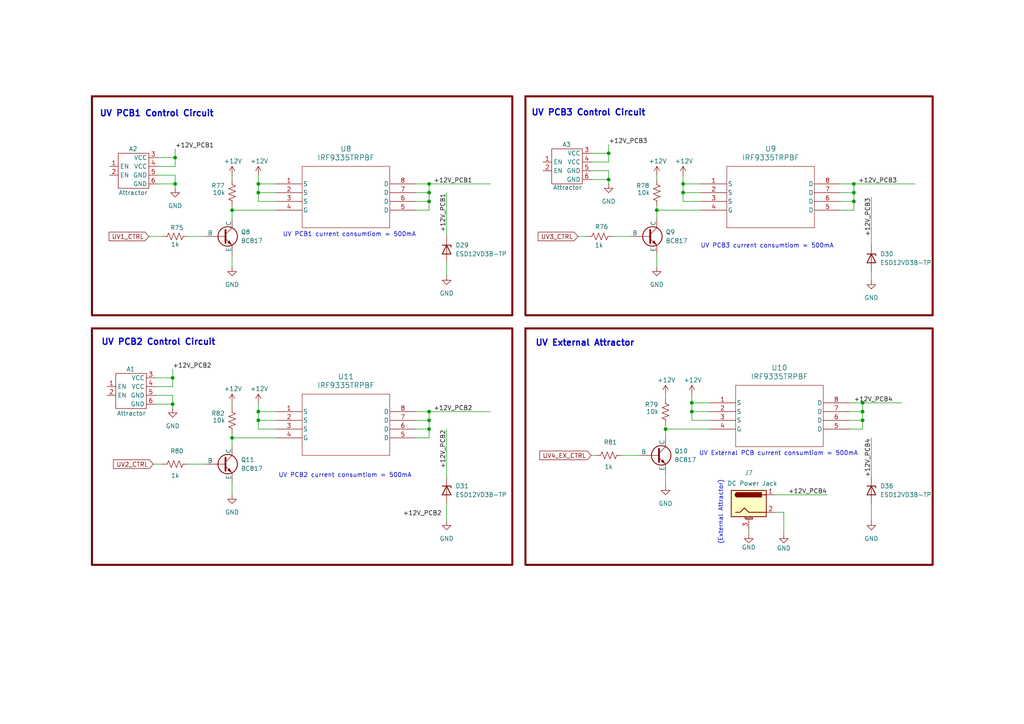
<source format=kicad_sch>
(kicad_sch (version 20250114) (generator "eeschema") (generator_version "9.0")
  (paper "A4")
  (lib_symbols
    (symbol "2025-05-03_11-59-41:IRF9335TRPBF" (pin_names (offset 0.254))
      (property "Reference" "U" (at 20.32 10.16 0))
      (property "Value" "IRF9335TRPBF" (at 20.32 7.62 0))
      (symbol "IRF9335TRPBF_0_1"
        (polyline (pts (xy 7.62 5.08) (xy 7.62 -12.7)) (stroke (width 0.127)))
        (polyline (pts (xy 7.62 -12.7) (xy 33.02 -12.7)) (stroke (width 0.127)))
        (polyline (pts (xy 33.02 5.08) (xy 7.62 5.08)) (stroke (width 0.127)))
        (polyline (pts (xy 33.02 -12.7) (xy 33.02 5.08)) (stroke (width 0.127)))
        (pin unspecified line (at 0 0 0) (length 7.62) (name "S") (number "1"))
        (pin unspecified line (at 0 -2.54 0) (length 7.62) (name "S") (number "2"))
        (pin unspecified line (at 0 -5.08 0) (length 7.62) (name "S") (number "3"))
        (pin unspecified line (at 0 -7.62 0) (length 7.62) (name "G") (number "4"))
        (pin unspecified line (at 40.64 0 180) (length 7.62) (name "D") (number "8"))
        (pin unspecified line (at 40.64 -2.54 180) (length 7.62) (name "D") (number "7"))
        (pin unspecified line (at 40.64 -5.08 180) (length 7.62) (name "D") (number "6"))
        (pin unspecified line (at 40.64 -7.62 180) (length 7.62) (name "D") (number "5"))
      )
    )
    (symbol "BC817:BC817_NPN_BJT" (pin_numbers (hide yes)) (pin_names (offset 0))
      (property "Reference" "Q" (at -2.54 7.62 0))
      (property "Value" "BC817_NPN_BJT" (at -2.54 5.08 0))
      (symbol "BC817_NPN_BJT_0_1"
        (polyline (pts (xy -2.54 0) (xy 0.635 0)) (stroke (width 0.1524)))
        (polyline (pts (xy 0.635 1.905) (xy 0.635 -1.905) (xy 0.635 -1.905)) (stroke (width 0.508)))
        (polyline (pts (xy 0.635 0.635) (xy 2.54 2.54)))
        (polyline (pts (xy 0.635 -0.635) (xy 2.54 -2.54) (xy 2.54 -2.54)))
        (circle (center 1.27 0) (radius 2.8194) (stroke (width 0.254)))
        (polyline (pts (xy 1.27 -1.778) (xy 1.778 -1.27) (xy 2.286 -2.286) (xy 1.27 -1.778) (xy 1.27 -1.778)) (fill (type outline)))
        (polyline (pts (xy 2.794 -1.27) (xy 2.794 -1.27)) (stroke (width 0.1524)))
        (polyline (pts (xy 2.794 -1.27) (xy 2.794 -1.27)) (stroke (width 0.1524)))
      )
      (symbol "BC817_NPN_BJT_1_1"
        (pin input line (at -5.08 0 0) (length 2.54) (name "B") (number "1"))
        (pin open_collector line (at 2.54 5.08 270) (length 2.54) (name "C") (number "3"))
        (pin open_emitter line (at 2.54 -5.08 90) (length 2.54) (name "E") (number "2"))
      )
    )
    (symbol "Connector:Barrel_Jack_MountingPin" (pin_names (hide yes))
      (property "Reference" "J8" (at 0 8.89 0))
      (property "Value" "DC Power Jack" (at 0 6.35 0))
      (symbol "Barrel_Jack_MountingPin_0_1"
        (rectangle (start -5.08 3.81) (end 5.08 -3.81) (stroke (width 0.254)) (fill (type background)))
        (polyline (pts (xy -3.81 -2.54) (xy -2.54 -2.54) (xy -1.27 -1.27) (xy 0 -2.54) (xy 2.54 -2.54) (xy 5.08 -2.54)) (stroke (width 0.254)))
        (arc (start -3.302 1.905) (mid -3.9343 2.54) (end -3.302 3.175) (stroke (width 0.254)))
        (arc (start -3.302 1.905) (mid -3.9343 2.54) (end -3.302 3.175) (stroke (width 0.254)) (fill (type outline)))
        (rectangle (start 3.683 3.175) (end -3.302 1.905) (stroke (width 0.254)) (fill (type outline)))
        (polyline (pts (xy 5.08 2.54) (xy 3.81 2.54)) (stroke (width 0.254)))
      )
      (symbol "Barrel_Jack_MountingPin_1_1"
        (polyline (pts (xy -1.016 -4.572) (xy 1.016 -4.572)) (stroke (width 0.1524)))
        (text "Mounting" (at 0 -4.191 0) (effects (font (size 0.381 0.381))))
        (pin passive line (at 0 -7.62 90) (length 3.048) (name "MountPin") (number "3"))
        (pin passive line (at 7.62 2.54 180) (length 2.54) (name "~") (number "1"))
        (pin passive line (at 7.62 -2.54 180) (length 2.54) (name "~") (number "2"))
      )
    )
    (symbol "Device:R_US" (pin_numbers (hide yes)) (pin_names (offset 0))
      (property "Reference" "R" (at 2.54 0 90))
      (property "Value" "R_US" (at -2.54 0 90))
      (symbol "R_US_0_1"
        (polyline (pts (xy 0 2.286) (xy 0 2.54)))
        (polyline (pts (xy 0 2.286) (xy 1.016 1.905) (xy 0 1.524) (xy -1.016 1.143) (xy 0 0.762)))
        (polyline (pts (xy 0 0.762) (xy 1.016 0.381) (xy 0 0) (xy -1.016 -0.381) (xy 0 -0.762)))
        (polyline (pts (xy 0 -0.762) (xy 1.016 -1.143) (xy 0 -1.524) (xy -1.016 -1.905) (xy 0 -2.286)))
        (polyline (pts (xy 0 -2.286) (xy 0 -2.54)))
      )
      (symbol "R_US_1_1"
        (pin passive line (at 0 3.81 270) (length 1.27) (name "~") (number "1"))
        (pin passive line (at 0 -3.81 90) (length 1.27) (name "~") (number "2"))
      )
    )
    (symbol "Diode:ESD5Zxx" (pin_numbers (hide yes)) (pin_names (hide yes))
      (property "Reference" "D" (at 0 2.54 0))
      (property "Value" "ESD5Zxx" (at 0 -2.54 0))
      (symbol "ESD5Zxx_0_1"
        (polyline (pts (xy -1.27 -1.27) (xy -1.27 1.27) (xy -0.762 1.27)) (stroke (width 0.254)))
        (polyline (pts (xy 1.27 0) (xy -1.27 0)))
        (polyline (pts (xy 1.27 -1.27) (xy 1.27 1.27) (xy -1.27 0) (xy 1.27 -1.27)) (stroke (width 0.254)))
      )
      (symbol "ESD5Zxx_1_1"
        (pin passive line (at -3.81 0 0) (length 2.54) (name "K") (number "1"))
        (pin passive line (at 3.81 0 180) (length 2.54) (name "A") (number "2"))
      )
    )
    (symbol "attractor:Attractor_Module"
      (property "Reference" "A" (at 0.508 1.016 0))
      (symbol "Attractor_Module_0_1"
        (rectangle (start -3.81 0) (end 5.08 -10.16))
        (rectangle (start 0 0) (end 0 0))
      )
      (symbol "Attractor_Module_1_1"
        (pin input line (at -6.35 -3.81 0) (length 2.54) (name "EN") (number "1"))
        (pin input line (at -6.35 -6.35 0) (length 2.54) (name "EN") (number "2"))
        (pin input line (at 7.62 -1.27 180) (length 2.54) (name "VCC") (number "3"))
        (pin input line (at 7.62 -3.81 180) (length 2.54) (name "VCC") (number "4"))
        (pin input line (at 7.62 -6.35 180) (length 2.54) (name "GND") (number "5"))
        (pin input line (at 7.62 -8.89 180) (length 2.54) (name "GND") (number "6"))
      )
    )
    (symbol "power:+12V" (power) (pin_numbers (hide yes)) (pin_names (offset 0) (hide yes))
      (property "Value" "+12V" (at 0 3.556 0))
      (symbol "+12V_0_1"
        (polyline (pts (xy -0.762 1.27) (xy 0 2.54)))
        (polyline (pts (xy 0 2.54) (xy 0.762 1.27)))
        (polyline (pts (xy 0 0) (xy 0 2.54)))
      )
      (symbol "+12V_1_1"
        (pin power_in line (at 0 0 90) (length 0) (name "~") (number "1"))
      )
    )
    (symbol "power:GND" (power) (pin_numbers (hide yes)) (pin_names (offset 0) (hide yes))
      (property "Value" "GND" (at 0 -3.81 0))
      (symbol "GND_0_1"
        (polyline (pts (xy 0 0) (xy 0 -1.27) (xy 1.27 -1.27) (xy 0 -2.54) (xy -1.27 -1.27) (xy 0 -1.27)))
      )
      (symbol "GND_1_1"
        (pin power_in line (at 0 0 270) (length 0) (name "~") (number "1"))
      )
    )
  )
  (rectangle (start 26.67 27.94) (end 148.59 91.44) (stroke (width 0.5842) (color 110 0 0 1)))
  (rectangle (start 152.4 27.94) (end 270.51 91.44) (stroke (width 0.5842) (color 110 0 0 1)))
  (rectangle (start 152.4 95.25) (end 270.51 163.83) (stroke (width 0.5842) (color 110 0 0 1)))
  (rectangle (start 26.67 95.25) (end 148.59 163.83) (stroke (width 0.5842) (color 110 0 0 1)))
  (text "UV External Attractor" (at 169.672 99.568 0) (effects (font (size 1.778 1.778) (thickness 0.3556) (bold yes))))
  (text "(External Attractor)" (at 209.042 148.59 90) (effects (font (size 1.27 1.27))))
  (text "UV PCB1 Control Circuit" (at 45.466 33.02 0) (effects (font (size 1.778 1.778) (thickness 0.3556) (bold yes))))
  (text "UV PCB3 Control Circuit" (at 170.688 32.766 0) (effects (font (size 1.778 1.778) (thickness 0.3556) (bold yes))))
  (text "UV PCB1 current consumtiom = 500mA" (at 101.346 68.072 0) (effects (font (size 1.27 1.27))))
  (text "UV PCB2 current consumtiom = 500mA" (at 100.076 137.922 0) (effects (font (size 1.27 1.27))))
  (text "UV PCB3 current consumtiom = 500mA" (at 222.504 71.374 0) (effects (font (size 1.27 1.27))))
  (text "UV PCB2 Control Circuit" (at 45.974 99.314 0) (effects (font (size 1.778 1.778) (thickness 0.3556) (bold yes))))
  (text "UV External PCB current consumtiom = 500mA" (at 225.806 131.572 0) (effects (font (size 1.27 1.27))))
  (junction (at 250.19 121.92))
  (junction (at 124.46 55.88))
  (junction (at 50.0835 109.5921))
  (junction (at 176.53 52.07))
  (junction (at 190.5 60.96))
  (junction (at 247.65 53.34))
  (junction (at 247.65 58.42))
  (junction (at 74.93 55.88))
  (junction (at 124.46 119.38))
  (junction (at 176.53 44.45))
  (junction (at 193.04 124.46))
  (junction (at 198.12 53.34))
  (junction (at 74.93 53.34))
  (junction (at 124.46 53.34))
  (junction (at 250.19 119.38))
  (junction (at 67.31 60.96))
  (junction (at 74.93 119.38))
  (junction (at 250.19 116.84))
  (junction (at 247.65 55.88))
  (junction (at 124.46 121.92))
  (junction (at 50.8 53.34))
  (junction (at 67.31 127))
  (junction (at 200.66 119.38))
  (junction (at 74.93 121.92))
  (junction (at 50.0835 117.2121))
  (junction (at 200.66 116.84))
  (junction (at 124.46 58.42))
  (junction (at 198.12 55.88))
  (junction (at 124.46 124.46))
  (junction (at 50.8 45.72))
  (wire (pts (xy 190.5 60.96) (xy 190.5 59.69)))
  (wire (pts (xy 67.31 60.96) (xy 67.31 63.5)))
  (wire (pts (xy 50.0835 117.2121) (xy 50.0835 114.6721)))
  (wire (pts (xy 243.84 58.42) (xy 247.65 58.42)))
  (wire (pts (xy 193.04 137.16) (xy 193.04 140.97)))
  (wire (pts (xy 67.31 60.96) (xy 67.31 59.69)))
  (wire (pts (xy 80.01 124.46) (xy 74.93 124.46)))
  (wire (pts (xy 203.2 53.34) (xy 198.12 53.34)))
  (wire (pts (xy 205.74 124.46) (xy 193.04 124.46)))
  (wire (pts (xy 190.5 50.8) (xy 190.5 52.07)))
  (wire (pts (xy 43.18 68.58) (xy 46.99 68.58)))
  (wire (pts (xy 50.0835 107.0521) (xy 50.0835 109.5921)))
  (wire (pts (xy 50.0835 118.4821) (xy 50.0835 117.2121)))
  (wire (pts (xy 224.79 148.59) (xy 227.33 148.59)))
  (wire (pts (xy 67.31 116.84) (xy 67.31 118.11)))
  (wire (pts (xy 224.79 143.51) (xy 240.03 143.51)))
  (wire (pts (xy 124.46 55.88) (xy 124.46 53.34)))
  (wire (pts (xy 243.84 60.96) (xy 247.65 60.96)))
  (wire (pts (xy 246.38 116.84) (xy 250.19 116.84)))
  (wire (pts (xy 193.04 124.46) (xy 193.04 127)))
  (wire (pts (xy 247.65 58.42) (xy 247.65 55.88)))
  (wire (pts (xy 74.93 121.92) (xy 74.93 119.38)))
  (wire (pts (xy 205.74 116.84) (xy 200.66 116.84)))
  (wire (pts (xy 243.84 55.88) (xy 247.65 55.88)))
  (wire (pts (xy 124.46 127) (xy 124.46 124.46)))
  (wire (pts (xy 203.2 60.96) (xy 190.5 60.96)))
  (wire (pts (xy 45.0035 109.5921) (xy 50.0835 109.5921)))
  (wire (pts (xy 45.0035 117.2121) (xy 50.0835 117.2121)))
  (wire (pts (xy 176.53 52.07) (xy 176.53 49.53)))
  (wire (pts (xy 176.53 41.91) (xy 176.53 44.45)))
  (wire (pts (xy 180.34 132.08) (xy 185.42 132.08)))
  (wire (pts (xy 252.73 127) (xy 252.73 138.43)))
  (wire (pts (xy 80.01 121.92) (xy 74.93 121.92)))
  (wire (pts (xy 129.54 68.58) (xy 129.54 55.88)))
  (wire (pts (xy 50.8 54.61) (xy 50.8 53.34)))
  (wire (pts (xy 227.33 154.94) (xy 227.33 148.59)))
  (wire (pts (xy 252.73 57.15) (xy 252.73 71.12)))
  (wire (pts (xy 50.0835 112.1321) (xy 50.0835 109.5921)))
  (wire (pts (xy 45.72 53.34) (xy 50.8 53.34)))
  (wire (pts (xy 67.31 139.7) (xy 67.31 143.51)))
  (wire (pts (xy 120.65 119.38) (xy 124.46 119.38)))
  (wire (pts (xy 80.01 119.38) (xy 74.93 119.38)))
  (wire (pts (xy 203.2 58.42) (xy 198.12 58.42)))
  (wire (pts (xy 120.65 55.88) (xy 124.46 55.88)))
  (wire (pts (xy 80.01 60.96) (xy 67.31 60.96)))
  (wire (pts (xy 171.45 44.45) (xy 176.53 44.45)))
  (wire (pts (xy 80.01 58.42) (xy 74.93 58.42)))
  (wire (pts (xy 45.72 45.72) (xy 50.8 45.72)))
  (wire (pts (xy 44.45 134.62) (xy 46.99 134.62)))
  (wire (pts (xy 203.2 55.88) (xy 198.12 55.88)))
  (wire (pts (xy 74.93 58.42) (xy 74.93 55.88)))
  (wire (pts (xy 247.65 53.34) (xy 265.43 53.34)))
  (wire (pts (xy 177.8 68.58) (xy 182.88 68.58)))
  (wire (pts (xy 74.93 55.88) (xy 74.93 53.34)))
  (wire (pts (xy 50.8 43.18) (xy 50.8 45.72)))
  (wire (pts (xy 246.38 121.92) (xy 250.19 121.92)))
  (wire (pts (xy 252.73 78.74) (xy 252.73 81.28)))
  (wire (pts (xy 50.8 50.8) (xy 45.72 50.8)))
  (wire (pts (xy 120.65 58.42) (xy 124.46 58.42)))
  (wire (pts (xy 190.5 73.66) (xy 190.5 77.47)))
  (wire (pts (xy 74.93 124.46) (xy 74.93 121.92)))
  (wire (pts (xy 124.46 119.38) (xy 142.24 119.38)))
  (wire (pts (xy 120.65 124.46) (xy 124.46 124.46)))
  (wire (pts (xy 124.46 124.46) (xy 124.46 121.92)))
  (wire (pts (xy 200.66 121.92) (xy 200.66 119.38)))
  (wire (pts (xy 176.53 53.34) (xy 176.53 52.07)))
  (wire (pts (xy 200.66 119.38) (xy 200.66 116.84)))
  (wire (pts (xy 198.12 53.34) (xy 198.12 50.8)))
  (wire (pts (xy 54.61 68.58) (xy 59.69 68.58)))
  (wire (pts (xy 50.0835 114.6721) (xy 45.0035 114.6721)))
  (wire (pts (xy 67.31 50.8) (xy 67.31 52.07)))
  (wire (pts (xy 120.65 121.92) (xy 124.46 121.92)))
  (wire (pts (xy 74.93 53.34) (xy 74.93 50.8)))
  (wire (pts (xy 200.66 116.84) (xy 200.66 114.3)))
  (wire (pts (xy 171.45 52.07) (xy 176.53 52.07)))
  (wire (pts (xy 67.31 127) (xy 67.31 129.54)))
  (wire (pts (xy 50.8 53.34) (xy 50.8 50.8)))
  (wire (pts (xy 250.19 119.38) (xy 250.19 116.84)))
  (wire (pts (xy 246.38 119.38) (xy 250.19 119.38)))
  (wire (pts (xy 67.31 127) (xy 67.31 125.73)))
  (wire (pts (xy 129.54 76.2) (xy 129.54 80.01)))
  (wire (pts (xy 243.84 53.34) (xy 247.65 53.34)))
  (wire (pts (xy 205.74 119.38) (xy 200.66 119.38)))
  (wire (pts (xy 80.01 53.34) (xy 74.93 53.34)))
  (wire (pts (xy 198.12 58.42) (xy 198.12 55.88)))
  (wire (pts (xy 129.54 124.46) (xy 129.54 138.43)))
  (wire (pts (xy 252.73 146.05) (xy 252.73 151.13)))
  (wire (pts (xy 120.65 127) (xy 124.46 127)))
  (wire (pts (xy 50.8 48.26) (xy 50.8 45.72)))
  (wire (pts (xy 74.93 119.38) (xy 74.93 116.84)))
  (wire (pts (xy 176.53 46.99) (xy 176.53 44.45)))
  (wire (pts (xy 246.38 124.46) (xy 250.19 124.46)))
  (wire (pts (xy 124.46 60.96) (xy 124.46 58.42)))
  (wire (pts (xy 217.17 154.94) (xy 217.17 153.67)))
  (wire (pts (xy 80.01 55.88) (xy 74.93 55.88)))
  (wire (pts (xy 193.04 114.3) (xy 193.04 115.57)))
  (wire (pts (xy 193.04 124.46) (xy 193.04 123.19)))
  (wire (pts (xy 54.61 134.62) (xy 59.69 134.62)))
  (wire (pts (xy 247.65 60.96) (xy 247.65 58.42)))
  (wire (pts (xy 124.46 121.92) (xy 124.46 119.38)))
  (wire (pts (xy 198.12 55.88) (xy 198.12 53.34)))
  (wire (pts (xy 250.19 124.46) (xy 250.19 121.92)))
  (wire (pts (xy 205.74 121.92) (xy 200.66 121.92)))
  (wire (pts (xy 176.53 49.53) (xy 171.45 49.53)))
  (wire (pts (xy 250.19 121.92) (xy 250.19 119.38)))
  (wire (pts (xy 167.64 68.58) (xy 170.18 68.58)))
  (wire (pts (xy 67.31 73.66) (xy 67.31 77.47)))
  (wire (pts (xy 190.5 60.96) (xy 190.5 63.5)))
  (wire (pts (xy 45.0035 112.1321) (xy 50.0835 112.1321)))
  (wire (pts (xy 124.46 58.42) (xy 124.46 55.88)))
  (wire (pts (xy 45.72 48.26) (xy 50.8 48.26)))
  (wire (pts (xy 120.65 53.34) (xy 124.46 53.34)))
  (wire (pts (xy 247.65 55.88) (xy 247.65 53.34)))
  (wire (pts (xy 129.54 146.05) (xy 129.54 151.13)))
  (wire (pts (xy 80.01 127) (xy 67.31 127)))
  (wire (pts (xy 120.65 60.96) (xy 124.46 60.96)))
  (wire (pts (xy 171.45 132.08) (xy 172.72 132.08)))
  (wire (pts (xy 124.46 53.34) (xy 142.24 53.34)))
  (wire (pts (xy 171.45 46.99) (xy 176.53 46.99)))
  (wire (pts (xy 250.19 116.84) (xy 261.62 116.84)))
  (label "+12V_PCB2" (at 129.54 135.89 90))
  (label "+12V_PCB4" (at 228.6 143.51 0))
  (label "+12V_PCB4" (at 247.65 116.84 0))
  (label "+12V_PCB1" (at 50.8 43.18 0))
  (label "+12V_PCB3" (at 248.92 53.34 0))
  (label "+12V_PCB2" (at 116.84 149.86 0))
  (label "+12V_PCB3" (at 176.53 41.91 0))
  (label "+12V_PCB4" (at 252.73 138.43 90))
  (label "+12V_PCB1" (at 129.54 67.31 90))
  (label "+12V_PCB2" (at 50.0835 107.0521 0))
  (label "+12V_PCB2" (at 125.73 119.38 0))
  (label "+12V_PCB3" (at 252.73 68.58 90))
  (label "+12V_PCB1" (at 125.73 53.34 0))
  (global_label "UV1_CTRL" (shape input) (at 43.18 68.58 180) (property "Intersheetrefs" "${INTERSHEET_REFS}" (effects (hide yes))))
  (global_label "UV4_EX_CTRL" (shape input) (at 171.45 132.08 180) (property "Intersheetrefs" "${INTERSHEET_REFS}" (effects (hide yes))))
  (global_label "UV2_CTRL" (shape input) (at 44.45 134.62 180) (property "Intersheetrefs" "${INTERSHEET_REFS}" (effects (hide yes))))
  (global_label "UV3_CTRL" (shape input) (at 167.64 68.58 180) (property "Intersheetrefs" "${INTERSHEET_REFS}" (effects (hide yes))))
  (symbol (lib_id "2025-05-03_11-59-41:IRF9335TRPBF") (at 203.2 53.34 0) (unit 1)
    (property "Reference" "U9" (at 223.52 43.18 0) (effects (font (size 1.524 1.524))))
    (property "Value" "IRF9335TRPBF" (at 223.52 45.72 0) (effects (font (size 1.524 1.524))))
    (property "Footprint" "Package_SO:SOIC-8_3.9x4.9mm_P1.27mm" (effects (hide yes)))
    (property "Datasheet" "IRF9335TRPBF" (effects (hide yes)))
    (property "Description" "P-Channel 30 V 5.4A (Ta) 2.5W (Ta) Surface Mount 8-SO" (effects (hide yes)))
    (property "LCSC Part no " "C41355033" (effects (hide yes)))
    (property "Digikey Part No" "IRF9335TRPBF" (effects (hide yes)))
  )
  (symbol (lib_id "power:GND") (at 129.54 80.01 0) (unit 1)
    (property "Reference" "#PWR084" (effects (hide yes)))
    (property "Value" "GND" (at 129.54 85.09 0))
    (property "Description" "Power symbol creates a global label with name \"GND\" , ground" (effects (hide yes)))
  )
  (symbol (lib_id "BC817:BC817_NPN_BJT") (at 64.77 68.58 0) (unit 1)
    (property "Reference" "Q8" (at 69.85 67.3099 0) (effects (justify left)))
    (property "Value" "BC817" (at 69.85 69.8499 0) (effects (justify left)))
    (property "Footprint" "Package_TO_SOT_SMD:SOT-23" (effects (hide yes)))
    (property "Datasheet" "https://ngspice.sourceforge.io/docs/ngspice-html-manual/manual.xhtml#cha_BJTs" (effects (hide yes)))
    (property "Description" "Bipolar transistor symbol for simulation only, substrate tied to the emitter" (effects (hide yes)))
    (property "Sim.Device" "NPN" (effects (hide yes)))
    (property "Sim.Type" "GUMMELPOON" (effects (hide yes)))
    (property "Sim.Pins" "1=C 2=B 3=E" (effects (hide yes)))
    (property "LCSC Part no " "C39828" (effects (hide yes)))
  )
  (symbol (lib_id "Device:R_US") (at 190.5 55.88 180) (unit 1)
    (property "Reference" "R78" (at 186.436 53.848 0))
    (property "Value" "10k" (at 186.69 55.88 0))
    (property "Footprint" "Resistor_SMD:R_0805_2012Metric" (effects (hide yes)))
    (property "Description" "125mW Thick Film Resistors 150V ±100ppm/℃ ±1% 10kΩ 0805 Chip Resistor - Surface Mount ROHS" (effects (hide yes)))
    (property "LCSC Part no " "C84376" (effects (hide yes)))
  )
  (symbol (lib_id "power:+12V") (at 200.66 114.3 0) (unit 1)
    (property "Reference" "#PWR075" (effects (hide yes)))
    (property "Value" "+12V" (at 200.914 110.236 0))
    (property "Description" "Power symbol creates a global label with name \"+12V\"" (effects (hide yes)))
  )
  (symbol (lib_id "power:+12V") (at 67.31 116.84 0) (unit 1)
    (property "Reference" "#PWR077" (effects (hide yes)))
    (property "Value" "+12V" (at 67.564 112.776 0))
    (property "Description" "Power symbol creates a global label with name \"+12V\"" (effects (hide yes)))
  )
  (symbol (lib_id "power:GND") (at 190.5 77.47 0) (unit 1)
    (property "Reference" "#PWR073" (effects (hide yes)))
    (property "Value" "GND" (at 190.5 82.55 0))
    (property "Description" "Power symbol creates a global label with name \"GND\" , ground" (effects (hide yes)))
  )
  (symbol (lib_id "power:GND") (at 252.73 81.28 0) (unit 1)
    (property "Reference" "#PWR086" (effects (hide yes)))
    (property "Value" "GND" (at 252.73 86.36 0))
    (property "Description" "Power symbol creates a global label with name \"GND\" , ground" (effects (hide yes)))
  )
  (symbol (lib_id "BC817:BC817_NPN_BJT") (at 64.77 134.62 0) (unit 1)
    (property "Reference" "Q11" (at 69.85 133.3499 0) (effects (justify left)))
    (property "Value" "BC817" (at 69.85 135.8899 0) (effects (justify left)))
    (property "Footprint" "Package_TO_SOT_SMD:SOT-23" (effects (hide yes)))
    (property "Datasheet" "https://ngspice.sourceforge.io/docs/ngspice-html-manual/manual.xhtml#cha_BJTs" (effects (hide yes)))
    (property "Description" "Bipolar transistor symbol for simulation only, substrate tied to the emitter" (effects (hide yes)))
    (property "Sim.Device" "NPN" (effects (hide yes)))
    (property "Sim.Type" "GUMMELPOON" (effects (hide yes)))
    (property "Sim.Pins" "1=C 2=B 3=E" (effects (hide yes)))
    (property "LCSC Part no " "C39828" (effects (hide yes)))
  )
  (symbol (lib_id "power:GND") (at 67.31 77.47 0) (unit 1)
    (property "Reference" "#PWR071" (effects (hide yes)))
    (property "Value" "GND" (at 67.31 82.55 0))
    (property "Description" "Power symbol creates a global label with name \"GND\" , ground" (effects (hide yes)))
  )
  (symbol (lib_id "Diode:ESD5Zxx") (at 129.54 142.24 270) (unit 1)
    (property "Reference" "D31" (at 132.08 140.9699 90) (effects (justify left)))
    (property "Value" "ESD12VD3B-TP" (at 132.08 143.5099 90) (effects (justify left)))
    (property "Footprint" "Diode_SMD:D_SOD-323" (effects (hide yes)))
    (property "Datasheet" "https://www.lcsc.com/datasheet/lcsc_datasheet_2410121813_MCC-Micro-Commercial-Components-ESD12VD3B-TP_C435886.pdf" (effects (hide yes)))
    (property "Description" "15.5V 350W 13.5V 12V SOD-323 ESD and Surge Protection (TVS/ESD) ROHS" (effects (hide yes)))
    (property "LCSC Part no " "C435886" (effects (hide yes)))
  )
  (symbol (lib_id "power:+12V") (at 198.12 50.8 0) (unit 1)
    (property "Reference" "#PWR085" (effects (hide yes)))
    (property "Value" "+12V" (at 198.374 46.736 0))
    (property "Description" "Power symbol creates a global label with name \"+12V\"" (effects (hide yes)))
  )
  (symbol (lib_id "power:+12V") (at 74.93 50.8 0) (unit 1)
    (property "Reference" "#PWR083" (effects (hide yes)))
    (property "Value" "+12V" (at 75.184 46.736 0))
    (property "Description" "Power symbol creates a global label with name \"+12V\"" (effects (hide yes)))
  )
  (symbol (lib_id "Device:R_US") (at 50.8 134.62 270) (unit 1)
    (property "Reference" "R80" (at 51.308 130.81 90))
    (property "Value" "1k" (at 50.8 137.922 90))
    (property "Footprint" "Resistor_SMD:R_0805_2012Metric" (effects (hide yes)))
    (property "Description" "125mW Thick Film Resistors 150V ±100ppm/℃ ±1% 1kΩ 0805 Chip Resistor - Surface Mount ROHS" (effects (hide yes)))
    (property "LCSC Part no " "C95781" (effects (hide yes)))
  )
  (symbol (lib_id "Device:R_US") (at 50.8 68.58 270) (unit 1)
    (property "Reference" "R75" (at 51.308 66.04 90))
    (property "Value" "1k" (at 50.8 70.866 90))
    (property "Footprint" "Resistor_SMD:R_0805_2012Metric" (effects (hide yes)))
    (property "Description" "125mW Thick Film Resistors 150V ±100ppm/℃ ±1% 1kΩ 0805 Chip Resistor - Surface Mount ROHS" (effects (hide yes)))
    (property "LCSC Part no " "C95781" (effects (hide yes)))
  )
  (symbol (lib_id "power:+12V") (at 190.5 50.8 0) (unit 1)
    (property "Reference" "#PWR072" (effects (hide yes)))
    (property "Value" "+12V" (at 190.754 46.736 0))
    (property "Description" "Power symbol creates a global label with name \"+12V\"" (effects (hide yes)))
  )
  (symbol (lib_id "attractor:Attractor_Module") (at 38.1 44.45 0) (unit 1)
    (property "Reference" "A2" (at 38.608 43.18 0))
    (property "Value" "Attractor" (at 38.608 55.88 0))
    (property "Footprint" "Attractor:attractor" (effects (hide yes)))
    (property "LCSC Part no " "C49661" (effects (hide yes)))
  )
  (symbol (lib_id "2025-05-03_11-59-41:IRF9335TRPBF") (at 205.74 116.84 0) (unit 1)
    (property "Reference" "U10" (at 226.06 106.68 0) (effects (font (size 1.524 1.524))))
    (property "Value" "IRF9335TRPBF" (at 226.06 109.22 0) (effects (font (size 1.524 1.524))))
    (property "Footprint" "Package_SO:SOIC-8_3.9x4.9mm_P1.27mm" (effects (hide yes)))
    (property "Datasheet" "IRF9335TRPBF" (effects (hide yes)))
    (property "Description" "P-Channel 30 V 5.4A (Ta) 2.5W (Ta) Surface Mount 8-SO" (effects (hide yes)))
    (property "LCSC Part no " "C41355033" (effects (hide yes)))
    (property "Digikey Part No" "IRF9335TRPBF" (effects (hide yes)))
  )
  (symbol (lib_id "power:GND") (at 217.17 154.94 0) (unit 1)
    (property "Reference" "#PWR0105" (effects (hide yes)))
    (property "Value" "GND" (at 217.17 158.75 0))
    (property "Description" "Power symbol creates a global label with name \"GND\" , ground" (effects (hide yes)))
  )
  (symbol (lib_id "power:GND") (at 129.54 151.13 0) (unit 1)
    (property "Reference" "#PWR081" (effects (hide yes)))
    (property "Value" "GND" (at 129.54 156.21 0))
    (property "Description" "Power symbol creates a global label with name \"GND\" , ground" (effects (hide yes)))
  )
  (symbol (lib_id "power:GND") (at 50.0835 118.4821 0) (unit 1)
    (property "Reference" "#PWR088" (effects (hide yes)))
    (property "Value" "GND" (at 50.0835 123.5621 0))
    (property "Description" "Power symbol creates a global label with name \"GND\" , ground" (effects (hide yes)))
  )
  (symbol (lib_id "Device:R_US") (at 176.53 132.08 270) (unit 1)
    (property "Reference" "R81" (at 177.038 128.27 90))
    (property "Value" "1k" (at 176.53 135.382 90))
    (property "Footprint" "Resistor_SMD:R_0805_2012Metric" (effects (hide yes)))
    (property "Description" "125mW Thick Film Resistors 150V ±100ppm/℃ ±1% 1kΩ 0805 Chip Resistor - Surface Mount ROHS" (effects (hide yes)))
    (property "LCSC Part no " "C95781" (effects (hide yes)))
  )
  (symbol (lib_id "power:GND") (at 50.8 54.61 0) (unit 1)
    (property "Reference" "#PWR076" (effects (hide yes)))
    (property "Value" "GND" (at 50.8 59.69 0))
    (property "Description" "Power symbol creates a global label with name \"GND\" , ground" (effects (hide yes)))
  )
  (symbol (lib_id "BC817:BC817_NPN_BJT") (at 187.96 68.58 0) (unit 1)
    (property "Reference" "Q9" (at 193.04 67.3099 0) (effects (justify left)))
    (property "Value" "BC817" (at 193.04 69.8499 0) (effects (justify left)))
    (property "Footprint" "Package_TO_SOT_SMD:SOT-23" (effects (hide yes)))
    (property "Datasheet" "https://ngspice.sourceforge.io/docs/ngspice-html-manual/manual.xhtml#cha_BJTs" (effects (hide yes)))
    (property "Description" "Bipolar transistor symbol for simulation only, substrate tied to the emitter" (effects (hide yes)))
    (property "Sim.Device" "NPN" (effects (hide yes)))
    (property "Sim.Type" "GUMMELPOON" (effects (hide yes)))
    (property "Sim.Pins" "1=C 2=B 3=E" (effects (hide yes)))
    (property "LCSC Part no " "C39828" (effects (hide yes)))
  )
  (symbol (lib_id "Device:R_US") (at 67.31 121.92 180) (unit 1)
    (property "Reference" "R82" (at 63.246 119.888 0))
    (property "Value" "10k" (at 63.5 121.92 0))
    (property "Footprint" "Resistor_SMD:R_0805_2012Metric" (effects (hide yes)))
    (property "Description" "125mW Thick Film Resistors 150V ±100ppm/℃ ±1% 10kΩ 0805 Chip Resistor - Surface Mount ROHS" (effects (hide yes)))
    (property "LCSC Part no " "C84376" (effects (hide yes)))
  )
  (symbol (lib_id "Diode:ESD5Zxx") (at 252.73 74.93 270) (unit 1)
    (property "Reference" "D30" (at 255.27 73.6599 90) (effects (justify left)))
    (property "Value" "ESD12VD3B-TP" (at 255.27 76.1999 90) (effects (justify left)))
    (property "Footprint" "Diode_SMD:D_SOD-323" (effects (hide yes)))
    (property "Datasheet" "https://www.lcsc.com/datasheet/lcsc_datasheet_2410121813_MCC-Micro-Commercial-Components-ESD12VD3B-TP_C435886.pdf" (effects (hide yes)))
    (property "Description" "15.5V 350W 13.5V 12V SOD-323 ESD and Surge Protection (TVS/ESD) ROHS" (effects (hide yes)))
    (property "LCSC Part no " "C435886" (effects (hide yes)))
  )
  (symbol (lib_id "power:GND") (at 176.53 53.34 0) (unit 1)
    (property "Reference" "#PWR087" (effects (hide yes)))
    (property "Value" "GND" (at 176.53 58.42 0))
    (property "Description" "Power symbol creates a global label with name \"GND\" , ground" (effects (hide yes)))
  )
  (symbol (lib_id "Diode:ESD5Zxx") (at 129.54 72.39 270) (unit 1)
    (property "Reference" "D29" (at 132.08 71.1199 90) (effects (justify left)))
    (property "Value" "ESD12VD3B-TP" (at 132.08 73.6599 90) (effects (justify left)))
    (property "Footprint" "Diode_SMD:D_SOD-323" (effects (hide yes)))
    (property "Datasheet" "https://www.lcsc.com/datasheet/lcsc_datasheet_2410121813_MCC-Micro-Commercial-Components-ESD12VD3B-TP_C435886.pdf" (effects (hide yes)))
    (property "Description" "15.5V 350W 13.5V 12V SOD-323 ESD and Surge Protection (TVS/ESD) ROHS" (effects (hide yes)))
    (property "LCSC Part no " "C435886" (effects (hide yes)))
  )
  (symbol (lib_id "power:GND") (at 193.04 140.97 0) (unit 1)
    (property "Reference" "#PWR079" (effects (hide yes)))
    (property "Value" "GND" (at 193.04 146.05 0))
    (property "Description" "Power symbol creates a global label with name \"GND\" , ground" (effects (hide yes)))
  )
  (symbol (lib_id "power:+12V") (at 74.93 116.84 0) (unit 1)
    (property "Reference" "#PWR080" (effects (hide yes)))
    (property "Value" "+12V" (at 75.184 112.776 0))
    (property "Description" "Power symbol creates a global label with name \"+12V\"" (effects (hide yes)))
  )
  (symbol (lib_id "Device:R_US") (at 193.04 119.38 180) (unit 1)
    (property "Reference" "R79" (at 188.976 117.348 0))
    (property "Value" "10k" (at 189.23 119.38 0))
    (property "Footprint" "Resistor_SMD:R_0805_2012Metric" (effects (hide yes)))
    (property "Description" "125mW Thick Film Resistors 150V ±100ppm/℃ ±1% 10kΩ 0805 Chip Resistor - Surface Mount ROHS" (effects (hide yes)))
    (property "LCSC Part no " "C84376" (effects (hide yes)))
  )
  (symbol (lib_id "power:+12V") (at 193.04 114.3 0) (unit 1)
    (property "Reference" "#PWR074" (effects (hide yes)))
    (property "Value" "+12V" (at 193.294 110.236 0))
    (property "Description" "Power symbol creates a global label with name \"+12V\"" (effects (hide yes)))
  )
  (symbol (lib_id "attractor:Attractor_Module") (at 37.3835 108.3221 0) (unit 1)
    (property "Reference" "A1" (at 37.8915 107.0521 0))
    (property "Value" "Attractor" (at 38.1 119.888 0))
    (property "Footprint" "Attractor:attractor" (effects (hide yes)))
    (property "LCSC Part no " "C49661" (effects (hide yes)))
  )
  (symbol (lib_id "2025-05-03_11-59-41:IRF9335TRPBF") (at 80.01 53.34 0) (unit 1)
    (property "Reference" "U8" (at 100.33 43.18 0) (effects (font (size 1.524 1.524))))
    (property "Value" "IRF9335TRPBF" (at 100.33 45.72 0) (effects (font (size 1.524 1.524))))
    (property "Footprint" "Package_SO:SOIC-8_3.9x4.9mm_P1.27mm" (effects (hide yes)))
    (property "Datasheet" "IRF9335TRPBF" (effects (hide yes)))
    (property "Description" "P-Channel 30 V 5.4A (Ta) 2.5W (Ta) Surface Mount 8-SO" (effects (hide yes)))
    (property "LCSC Part no " "C41355033" (effects (hide yes)))
    (property "Digikey Part No" "IRF9335TRPBF" (effects (hide yes)))
  )
  (symbol (lib_id "BC817:BC817_NPN_BJT") (at 190.5 132.08 0) (unit 1)
    (property "Reference" "Q10" (at 195.58 130.8099 0) (effects (justify left)))
    (property "Value" "BC817" (at 195.58 133.3499 0) (effects (justify left)))
    (property "Footprint" "Package_TO_SOT_SMD:SOT-23" (effects (hide yes)))
    (property "Datasheet" "https://ngspice.sourceforge.io/docs/ngspice-html-manual/manual.xhtml#cha_BJTs" (effects (hide yes)))
    (property "Description" "Bipolar transistor symbol for simulation only, substrate tied to the emitter" (effects (hide yes)))
    (property "Sim.Device" "NPN" (effects (hide yes)))
    (property "Sim.Type" "GUMMELPOON" (effects (hide yes)))
    (property "Sim.Pins" "1=C 2=B 3=E" (effects (hide yes)))
    (property "LCSC Part no " "C39828" (effects (hide yes)))
  )
  (symbol (lib_id "attractor:Attractor_Module") (at 163.83 43.18 0) (unit 1)
    (property "Reference" "A3" (at 164.338 41.91 0))
    (property "Value" "Attractor" (at 164.592 54.356 0))
    (property "Footprint" "Attractor:attractor" (effects (hide yes)))
    (property "LCSC Part no " "C49661" (effects (hide yes)))
  )
  (symbol (lib_id "Diode:ESD5Zxx") (at 252.73 142.24 270) (unit 1)
    (property "Reference" "D36" (at 255.27 140.9699 90) (effects (justify left)))
    (property "Value" "ESD12VD3B-TP" (at 255.27 143.5099 90) (effects (justify left)))
    (property "Footprint" "Diode_SMD:D_SOD-323" (effects (hide yes)))
    (property "Datasheet" "https://www.lcsc.com/datasheet/lcsc_datasheet_2410121813_MCC-Micro-Commercial-Components-ESD12VD3B-TP_C435886.pdf" (effects (hide yes)))
    (property "Description" "15.5V 350W 13.5V 12V SOD-323 ESD and Surge Protection (TVS/ESD) ROHS" (effects (hide yes)))
    (property "LCSC Part no " "C435886" (effects (hide yes)))
  )
  (symbol (lib_id "Device:R_US") (at 173.99 68.58 270) (unit 1)
    (property "Reference" "R76" (at 174.498 65.786 90))
    (property "Value" "1k" (at 173.736 71.12 90))
    (property "Footprint" "Resistor_SMD:R_0805_2012Metric" (effects (hide yes)))
    (property "Description" "125mW Thick Film Resistors 150V ±100ppm/℃ ±1% 1kΩ 0805 Chip Resistor - Surface Mount ROHS" (effects (hide yes)))
    (property "LCSC Part no " "C95781" (effects (hide yes)))
  )
  (symbol (lib_id "power:GND") (at 67.31 143.51 0) (unit 1)
    (property "Reference" "#PWR078" (effects (hide yes)))
    (property "Value" "GND" (at 67.31 148.59 0))
    (property "Description" "Power symbol creates a global label with name \"GND\" , ground" (effects (hide yes)))
  )
  (symbol (lib_id "2025-05-03_11-59-41:IRF9335TRPBF") (at 80.01 119.38 0) (unit 1)
    (property "Reference" "U11" (at 100.33 109.22 0) (effects (font (size 1.524 1.524))))
    (property "Value" "IRF9335TRPBF" (at 100.33 111.76 0) (effects (font (size 1.524 1.524))))
    (property "Footprint" "Package_SO:SOIC-8_3.9x4.9mm_P1.27mm" (effects (hide yes)))
    (property "Datasheet" "IRF9335TRPBF" (effects (hide yes)))
    (property "Description" "P-Channel 30 V 5.4A (Ta) 2.5W (Ta) Surface Mount 8-SO" (effects (hide yes)))
    (property "LCSC Part no " "C41355033" (effects (hide yes)))
    (property "Digikey Part No" "IRF9335TRPBF" (effects (hide yes)))
  )
  (symbol (lib_id "power:GND") (at 252.73 151.13 0) (unit 1)
    (property "Reference" "#PWR082" (effects (hide yes)))
    (property "Value" "GND" (at 252.73 156.21 0))
    (property "Description" "Power symbol creates a global label with name \"GND\" , ground" (effects (hide yes)))
  )
  (symbol (lib_id "power:+12V") (at 67.31 50.8 0) (unit 1)
    (property "Reference" "#PWR070" (effects (hide yes)))
    (property "Value" "+12V" (at 67.564 46.736 0))
    (property "Description" "Power symbol creates a global label with name \"+12V\"" (effects (hide yes)))
  )
  (symbol (lib_id "power:GND") (at 227.33 154.94 0) (unit 1)
    (property "Reference" "#PWR0104" (effects (hide yes)))
    (property "Value" "GND" (at 227.33 159.004 0))
    (property "Description" "Power symbol creates a global label with name \"GND\" , ground" (effects (hide yes)))
  )
  (symbol (lib_id "Connector:Barrel_Jack_MountingPin") (at 217.17 146.05 0) (unit 1)
    (property "Reference" "J7" (at 217.17 137.16 0))
    (property "Value" "DC Power Jack" (at 218.186 140.208 0))
    (property "Footprint" "Connector_BarrelJack:BarrelJack_GCT_DCJ200-10-A_Horizontal" (effects (hide yes)))
    (property "Description" "DC Barrel Jack with a mounting pin" (effects (hide yes)))
    (property "LCSC Part no " "C319099" (effects (hide yes)))
    (property "Digikey Part No" "486-3381-ND" (effects (hide yes)))
  )
  (symbol (lib_id "Device:R_US") (at 67.31 55.88 180) (unit 1)
    (property "Reference" "R77" (at 63.246 53.848 0))
    (property "Value" "10k" (at 63.5 55.88 0))
    (property "Footprint" "Resistor_SMD:R_0805_2012Metric" (effects (hide yes)))
    (property "Description" "125mW Thick Film Resistors 150V ±100ppm/℃ ±1% 10kΩ 0805 Chip Resistor - Surface Mount ROHS" (effects (hide yes)))
    (property "LCSC Part no " "C84376" (effects (hide yes)))
  )
)
</source>
